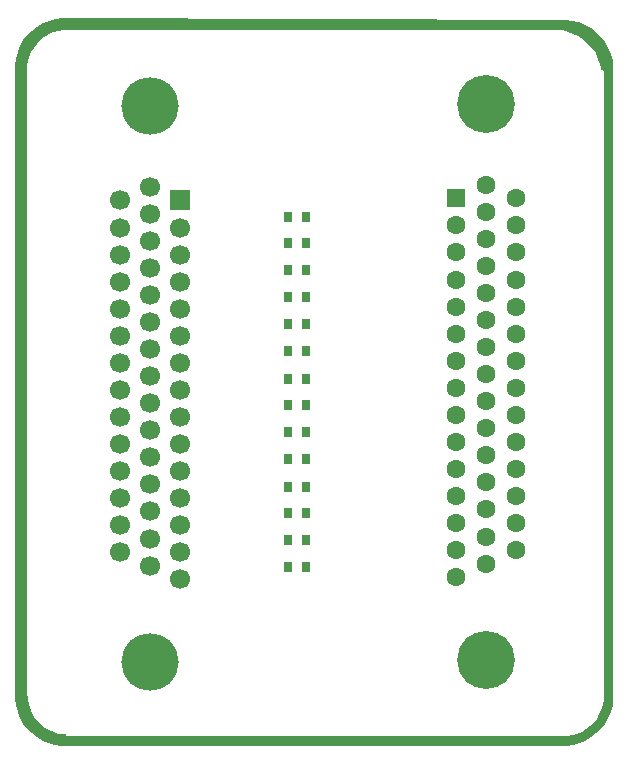
<source format=gbs>
G04*
G04 #@! TF.GenerationSoftware,Altium Limited,Altium Designer,21.0.9 (235)*
G04*
G04 Layer_Color=16711935*
%FSLAX25Y25*%
%MOIN*%
G70*
G04*
G04 #@! TF.SameCoordinates,8E47622B-7771-418E-90A4-0877E0867BD3*
G04*
G04*
G04 #@! TF.FilePolarity,Negative*
G04*
G01*
G75*
%ADD14R,0.02559X0.03543*%
%ADD15C,0.06299*%
%ADD16C,0.19291*%
%ADD17R,0.06299X0.06299*%
%ADD18C,0.19095*%
%ADD19R,0.06693X0.06693*%
%ADD20C,0.06693*%
G36*
X221767Y453697D02*
X221767Y453697D01*
X221767Y453697D01*
X387500Y453233D01*
X388614Y453233D01*
X390824Y452942D01*
X392976Y452365D01*
X395035Y451513D01*
X396965Y450398D01*
X398733Y449042D01*
X400309Y447466D01*
X401665Y445698D01*
X402779Y443768D01*
X403632Y441709D01*
X404209Y439557D01*
X404500Y437348D01*
Y436233D01*
X404500Y228000D01*
Y226901D01*
X404213Y224722D01*
X403644Y222599D01*
X402803Y220568D01*
X401704Y218665D01*
X400366Y216921D01*
X398812Y215367D01*
X397068Y214029D01*
X395165Y212930D01*
X393134Y212089D01*
X391011Y211520D01*
X388832Y211233D01*
X387733D01*
X221767Y211233D01*
X220668D01*
X218489Y211520D01*
X216366Y212089D01*
X214335Y212930D01*
X212432Y214029D01*
X210688Y215367D01*
X209134Y216921D01*
X207796Y218665D01*
X206697Y220568D01*
X205856Y222599D01*
X205287Y224722D01*
X205000Y226901D01*
Y228000D01*
X205000D01*
X205000Y437000D01*
X205000Y438099D01*
X205287Y440278D01*
X205856Y442401D01*
X206697Y444432D01*
X207796Y446335D01*
X209134Y448079D01*
X210688Y449633D01*
X212432Y450971D01*
X214335Y452070D01*
X216366Y452911D01*
X218489Y453480D01*
X220668Y453767D01*
X221697D01*
X221767Y453697D01*
D02*
G37*
%LPC*%
G36*
X385692Y449964D02*
X384712D01*
X384628Y449950D01*
X384548Y449921D01*
X384474Y449880D01*
X384441Y449853D01*
X222260Y449859D01*
X222260Y449859D01*
X222260Y449859D01*
X222260Y449859D01*
X222218Y449859D01*
X222134Y449847D01*
X222134Y449847D01*
X222052Y449823D01*
X222052Y449823D01*
X221975Y449787D01*
X221975Y449787D01*
X221939Y449764D01*
X221097Y449744D01*
X219432Y449490D01*
X217812Y449028D01*
X216263Y448365D01*
X214811Y447511D01*
X213478Y446480D01*
X212287Y445288D01*
X211256Y443956D01*
X210402Y442504D01*
X209738Y440955D01*
X209276Y439335D01*
X209023Y437669D01*
X209002Y436827D01*
X208979Y436792D01*
X208944Y436714D01*
X208920Y436633D01*
X208908Y436549D01*
Y436507D01*
X208907Y228260D01*
Y228177D01*
X208953Y228016D01*
X209042Y227874D01*
X209167Y227763D01*
X209243Y227727D01*
X209276Y226905D01*
X209544Y225283D01*
X210011Y223706D01*
X210669Y222200D01*
X211508Y220786D01*
X212515Y219486D01*
X213675Y218321D01*
X214971Y217308D01*
X216381Y216462D01*
X217885Y215798D01*
X219459Y215324D01*
X221080Y215048D01*
X221901Y215012D01*
X221903Y214895D01*
X221995Y214681D01*
X222161Y214518D01*
X222377Y214429D01*
X222493D01*
X387940Y214424D01*
X387982Y214424D01*
X388066Y214436D01*
X388147Y214460D01*
X388225Y214495D01*
X388260Y214518D01*
X389102Y214539D01*
X390768Y214792D01*
X392388Y215254D01*
X393937Y215918D01*
X395389Y216772D01*
X396721Y217803D01*
X397913Y218994D01*
X398944Y220327D01*
X399798Y221779D01*
X400461Y223327D01*
X400923Y224948D01*
X401177Y226613D01*
X401197Y227455D01*
X401220Y227491D01*
X401256Y227568D01*
X401280Y227650D01*
X401292Y227734D01*
Y227776D01*
X401293Y436022D01*
Y436168D01*
X401159Y436425D01*
X400920Y436591D01*
X400632Y436628D01*
X400472Y436721D01*
X400345Y437503D01*
X399829Y439306D01*
X399105Y441036D01*
X398183Y442669D01*
X397077Y444183D01*
X395800Y445557D01*
X394372Y446772D01*
X392811Y447811D01*
X391139Y448660D01*
X389378Y449307D01*
X387555Y449744D01*
X385692Y449964D01*
D02*
G37*
%LPD*%
D14*
X301854Y271000D02*
D03*
X296146D02*
D03*
X301854Y280000D02*
D03*
X296146D02*
D03*
X301854Y289000D02*
D03*
X296146D02*
D03*
X301854Y297500D02*
D03*
X296146D02*
D03*
X301854Y307000D02*
D03*
X296146D02*
D03*
X301854Y316000D02*
D03*
X296146D02*
D03*
X301854Y325000D02*
D03*
X296146D02*
D03*
X301854Y333500D02*
D03*
X296146D02*
D03*
X301854Y343000D02*
D03*
X296146D02*
D03*
X301854Y352000D02*
D03*
X296146D02*
D03*
X301854Y370000D02*
D03*
X296146D02*
D03*
X301854Y361000D02*
D03*
X296146D02*
D03*
X301854Y387500D02*
D03*
X296146D02*
D03*
X301854Y379000D02*
D03*
X296146D02*
D03*
D15*
X362000Y380161D02*
D03*
Y389177D02*
D03*
Y398193D02*
D03*
X352000Y348626D02*
D03*
Y339610D02*
D03*
Y330594D02*
D03*
Y321579D02*
D03*
Y312563D02*
D03*
Y303547D02*
D03*
Y294531D02*
D03*
Y285516D02*
D03*
Y276500D02*
D03*
Y267484D02*
D03*
Y384689D02*
D03*
Y375673D02*
D03*
Y366657D02*
D03*
Y357642D02*
D03*
X362000Y371146D02*
D03*
Y362130D02*
D03*
Y353114D02*
D03*
Y344098D02*
D03*
Y335083D02*
D03*
Y326067D02*
D03*
Y317051D02*
D03*
Y308035D02*
D03*
Y299020D02*
D03*
Y290004D02*
D03*
Y280988D02*
D03*
Y271972D02*
D03*
X372000Y393705D02*
D03*
Y384689D02*
D03*
Y375673D02*
D03*
Y366657D02*
D03*
Y357642D02*
D03*
Y348626D02*
D03*
Y339610D02*
D03*
Y330594D02*
D03*
Y321579D02*
D03*
Y312563D02*
D03*
Y303547D02*
D03*
Y294531D02*
D03*
Y285516D02*
D03*
Y276500D02*
D03*
D16*
X362000Y425280D02*
D03*
Y239846D02*
D03*
D17*
X352000Y393705D02*
D03*
D18*
X250000Y424512D02*
D03*
Y239315D02*
D03*
D19*
X260000Y393016D02*
D03*
D20*
Y384000D02*
D03*
Y374984D02*
D03*
Y365968D02*
D03*
Y356953D02*
D03*
Y347937D02*
D03*
Y338921D02*
D03*
Y329906D02*
D03*
Y320890D02*
D03*
Y311874D02*
D03*
Y302858D02*
D03*
Y293843D02*
D03*
Y284827D02*
D03*
Y275811D02*
D03*
Y266795D02*
D03*
X250000Y397524D02*
D03*
Y388508D02*
D03*
Y379492D02*
D03*
Y370476D02*
D03*
Y361461D02*
D03*
Y352445D02*
D03*
Y343429D02*
D03*
Y334413D02*
D03*
Y325398D02*
D03*
Y316382D02*
D03*
Y307366D02*
D03*
Y298350D02*
D03*
Y289335D02*
D03*
Y280319D02*
D03*
Y271303D02*
D03*
X240000Y393016D02*
D03*
Y384000D02*
D03*
Y374984D02*
D03*
Y365968D02*
D03*
Y356953D02*
D03*
Y347937D02*
D03*
Y338921D02*
D03*
Y329906D02*
D03*
Y320890D02*
D03*
Y311874D02*
D03*
Y302858D02*
D03*
Y293843D02*
D03*
Y284827D02*
D03*
Y275811D02*
D03*
M02*

</source>
